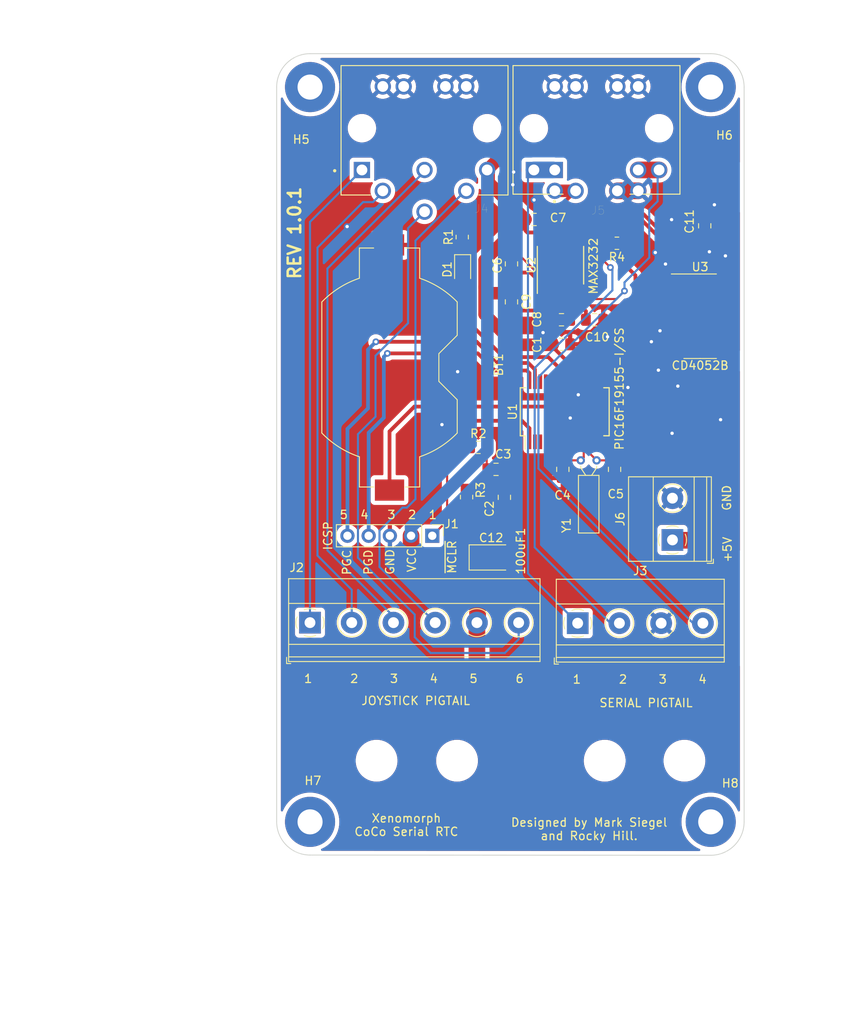
<source format=kicad_pcb>
(kicad_pcb (version 20211014) (generator pcbnew)
  (title_block (title "RS-232 RTC for the Tandy Color Computer") (date "2023-03-03") (rev "1.0.1") (comment 1 "Designed by Mark Siegel and Rocky Hill."))
  (layers (0 "F.Cu" signal) (31 "B.Cu" signal) (34 "B.Paste" user) (35 "F.Paste" user) (36 "B.SilkS" user "B.Silkscreen") (37 "F.SilkS" user "F.Silkscreen") (38 "B.Mask" user) (39 "F.Mask" user) (44 "Edge.Cuts" user))
  (net 0 "")
  (net 1 "VCC")
  (net 2 "GNDD")
  (net 3 "Net-(BT1-Pad1)")
  (net 4 "/RESET")
  (net 5 "Net-(C4-Pad2)")
  (net 6 "Net-(C5-Pad2)")
  (net 7 "Net-(C6-Pad1)")
  (net 8 "Net-(C6-Pad2)")
  (net 9 "Net-(C8-Pad1)")
  (net 10 "Net-(C8-Pad2)")
  (net 11 "Net-(C9-Pad2)")
  (net 12 "Net-(C10-Pad1)")
  (net 13 "Net-(D1-Pad1)")
  (net 14 "Net-(D1-Pad2)")
  (net 15 "/~{MCLR}")
  (net 16 "/PGD")
  (net 17 "/PGC")
  (net 18 "Net-(J2-Pad1)")
  (net 19 "Net-(J2-Pad2)")
  (net 20 "Net-(J2-Pad3)")
  (net 21 "Net-(J2-Pad4)")
  (net 22 "/CD")
  (net 23 "/COCO_RX")
  (net 24 "/COCO_TX")
  (net 25 "/DCE_TX")
  (net 26 "/MCU_RX")
  (net 27 "Net-(R4-Pad2)")
  (net 39 "/MCU_TX")
  (net 41 "/SELECT_A")
  (net 42 "/SELECT_B")
  (net 47 "Net-(U2-Pad11)")
  (net 49 "Net-(U2-Pad12)")
  (net 50 "Net-(J2-Pad6)")
  (footprint "TerminalBlock_Phoenix:TerminalBlock_Phoenix_MKDS-1,5-4_1x04_P5.00mm_Horizontal" (layer "F.Cu") (at 145.92 118.53)
    (fp_text reference "J3")
    (fp_text value "serial terminal")
  )
  (footprint "Capacitor_Tantalum_SMD:CP_EIA-3528-21_Kemet-B_Pad1.50x2.35mm_HandSolder" (layer "F.Cu") (at 135.555 110.66)
    (fp_text reference "C12")
    (fp_text value "100uF1")
  )
  (footprint "Capacitor_SMD:C_0805_2012Metric_Pad1.18x1.45mm_HandSolder" (layer "F.Cu") (at 147.94 82.19)
    (fp_text reference "C10")
    (fp_text value ".1uF")
  )
  (footprint "TerminalBlock_Phoenix:TerminalBlock_Phoenix_MKDS-1,5-2_1x02_P5.00mm_Horizontal" (layer "F.Cu") (at 157.275 108.56 90)
    (fp_text reference "J6")
    (fp_text value "power terminal")
  )
  (footprint "Capacitor_SMD:C_0805_2012Metric_Pad1.18x1.45mm_HandSolder" (layer "F.Cu") (at 137.14 103.46 90)
    (fp_text reference "C2")
    (fp_text value ".1uF")
  )
  (footprint "MountingHole:MountingHole_3mm_Pad" (layer "F.Cu") (at 113.86 142.325)
    (fp_text reference "H7")
    (fp_text value "MountingHole" hide)
  )
  (footprint "Connector_PinHeader_2.54mm:PinHeader_1x05_P2.54mm_Vertical" (layer "F.Cu") (at 128.5 108.06 -90)
    (fp_text reference "J1")
    (fp_text value "ICSP")
  )
  (footprint "Battery:BatteryHolder_Keystone_1058_1x2032" (layer "F.Cu") (at 123.38 87.91 90)
    (fp_text reference "BT1")
    (fp_text value "CR2032")
  )
  (footprint "MountingHole:MountingHole_3mm_Pad" (layer "F.Cu") (at 161.86 142.325)
    (fp_text reference "H8")
    (fp_text value "MountingHole" hide)
  )
  (footprint "Resistor_SMD:R_0805_2012Metric_Pad1.20x1.40mm_HandSolder" (layer "F.Cu") (at 134.02 97.48)
    (fp_text reference "R2")
    (fp_text value "200")
  )
  (footprint "Capacitor_SMD:C_0805_2012Metric_Pad1.18x1.45mm_HandSolder" (layer "F.Cu") (at 143.98 85.13 180)
    (fp_text reference "C1")
    (fp_text value ".1uF")
  )
  (footprint "Package_SO:SOIC-16_3.9x9.9mm_P1.27mm" (layer "F.Cu") (at 160.59 81.77)
    (fp_text reference "U3")
    (fp_text value "CD4052B")
  )
  (footprint "serial_rtc.kicad:CUI_SDS-60J" (layer "F.Cu") (at 127.575 59.25 180)
    (fp_text reference "J4")
    (fp_text value "DIN-6")
  )
  (footprint "MountingHole:MountingHole_3mm_Pad" (layer "F.Cu") (at 113.86 54.325)
    (fp_text reference "H5")
    (fp_text value "MountingHole" hide)
  )
  (footprint "Capacitor_SMD:C_0805_2012Metric_Pad1.18x1.45mm_HandSolder" (layer "F.Cu") (at 137.99 80.05 -90)
    (fp_text reference "C9")
    (fp_text value ".1uF")
  )
  (footprint "MountingHole:MountingHole_4mm" (layer "F.Cu") (at 121.83 135)
    (fp_text reference "H1" hide)
    (fp_text value "MountingHole" hide)
  )
  (footprint "Resistor_SMD:R_0805_2012Metric_Pad1.20x1.40mm_HandSolder" (layer "F.Cu") (at 150.62 73.03 180)
    (fp_text reference "R4")
    (fp_text value "470")
  )
  (footprint "Package_SO:SSOP-28_5.3x10.2mm_P0.65mm" (layer "F.Cu") (at 144.37 93.21 90)
    (fp_text reference "U1")
    (fp_text value "PIC16F19155-I/SS")
  )
  (footprint "Package_SO:TSSOP-16-1EP_4.4x5mm_P0.65mm" (layer "F.Cu") (at 143.91 75.66 90)
    (fp_text reference "U2")
    (fp_text value "MAX3232")
  )
  (footprint "Capacitor_SMD:C_0805_2012Metric_Pad1.18x1.45mm_HandSolder" (layer "F.Cu") (at 143.98 82.19)
    (fp_text reference "C8")
    (fp_text value ".1uF")
  )
  (footprint "Capacitor_SMD:C_0805_2012Metric_Pad1.18x1.45mm_HandSolder" (layer "F.Cu") (at 136.14 100.11)
    (fp_text reference "C3")
    (fp_text value ".1uF")
  )
  (footprint "MountingHole:MountingHole_4mm" (layer "F.Cu") (at 158.71 135)
    (fp_text reference "H3" hide)
    (fp_text value "MountingHole" hide)
  )
  (footprint "MountingHole:MountingHole_3mm_Pad" (layer "F.Cu") (at 161.86 54.325)
    (fp_text reference "H6")
    (fp_text value "MountingHole" hide)
  )
  (footprint "LED_SMD:LED_0805_2012Metric_Pad1.15x1.40mm_HandSolder" (layer "F.Cu") (at 132.135 76.26 -90)
    (fp_text reference "D1")
    (fp_text value "LED")
  )
  (footprint "serial_rtc.kicad:CUI_SDS-40J" (layer "F.Cu") (at 148.175 59.25 180)
    (fp_text reference "J5")
    (fp_text value "DIN-4")
  )
  (footprint "TerminalBlock_Phoenix:TerminalBlock_Phoenix_MKDS-1,5-6_1x06_P5.00mm_Horizontal" (layer "F.Cu") (at 113.851 118.465)
    (fp_text reference "J2")
    (fp_text value "joystick terminal")
  )
  (footprint "Crystal:Crystal_C26-LF_D2.1mm_L6.5mm_Horizontal" (layer "F.Cu") (at 146.29 99.03)
    (fp_text reference "Y1")
    (fp_text value "32.768kHz")
  )
  (footprint "Capacitor_SMD:C_0805_2012Metric_Pad1.18x1.45mm_HandSolder" (layer "F.Cu") (at 140.7 70.18 180)
    (fp_text reference "C7")
    (fp_text value ".1uF")
  )
  (footprint "Resistor_SMD:R_0805_2012Metric_Pad1.20x1.40mm_HandSolder" (layer "F.Cu") (at 132.09 72.29 90)
    (fp_text reference "R1")
    (fp_text value "330")
  )
  (footprint "Resistor_SMD:R_0805_2012Metric_Pad1.20x1.40mm_HandSolder" (layer "F.Cu") (at 132.61 103.43 -90)
    (fp_text reference "R3")
    (fp_text value "10K")
  )
  (footprint "MountingHole:MountingHole_4mm" (layer "F.Cu") (at 131.47 135)
    (fp_text reference "H2" hide)
    (fp_text value "MountingHole" hide)
  )
  (footprint "MountingHole:MountingHole_4mm" (layer "F.Cu") (at 149.16 135)
    (fp_text reference "H4" hide)
    (fp_text value "MountingHole" hide)
  )
  (footprint "Capacitor_SMD:C_0805_2012Metric_Pad1.18x1.45mm_HandSolder" (layer "F.Cu") (at 144.14 100.11 90)
    (fp_text reference "C4")
    (fp_text value "22pF")
  )
  (footprint "Capacitor_SMD:C_0805_2012Metric_Pad1.18x1.45mm_HandSolder" (layer "F.Cu") (at 161.14 70.94 90)
    (fp_text reference "C11")
    (fp_text value ".1uF")
  )
  (footprint "Capacitor_SMD:C_0805_2012Metric_Pad1.18x1.45mm_HandSolder" (layer "F.Cu") (at 137.99 75.5 90)
    (fp_text reference "C6")
    (fp_text value ".1uF")
  )
  (footprint "Capacitor_SMD:C_0805_2012Metric_Pad1.18x1.45mm_HandSolder" (layer "F.Cu") (at 150.34 100.11 90)
    (fp_text reference "C5")
    (fp_text value "22pF")
  )
  (gr_arc (start 113.86 146.3) (mid 111.031573 145.128427) (end 109.86 142.3) (layer "Edge.Cuts") (width 0.1))
  (gr_line (start 161.86 146.325) (end 113.86 146.3) (layer "Edge.Cuts") (width 0.1))
  (gr_arc (start 161.86 50.325) (mid 164.688427 51.496573) (end 165.86 54.325) (layer "Edge.Cuts") (width 0.1))
  (gr_line (start 109.86 142.3) (end 109.86 54.325) (layer "Edge.Cuts") (width 0.1))
  (gr_line (start 113.86 50.325) (end 161.86 50.325) (layer "Edge.Cuts") (width 0.1))
  (gr_line (start 165.86 54.325) (end 165.86 142.325) (layer "Edge.Cuts") (width 0.1))
  (gr_arc (start 165.86 142.325) (mid 164.688427 145.153427) (end 161.86 146.325) (layer "Edge.Cuts") (width 0.1))
  (gr_arc (start 109.86 54.325) (mid 111.031573 51.496573) (end 113.86 50.325) (layer "Edge.Cuts") (width 0.1))
  (gr_text "+5V" (at 163.86 109.72 90) (layer "F.SilkS") (effects (font (size 1 1))))
  (gr_text "5  4   3  2  1" (at 123.23 105.55) (layer "F.SilkS") (effects (font (size 1 1))))
  (gr_text "JOYSTICK PIGTAIL" (at 126.52 127.82) (layer "F.SilkS") (effects (font (size 1 1))))
  (gr_text "PGC" (at 118.28 111.25 90) (layer "F.SilkS") (effects (font (size 1 1))))
  (gr_text "Designed by Mark Siegel\nand Rocky Hill." (at 147.3 143.2) (layer "F.SilkS") (effects (font (size 1 1))))
  (gr_text "GND" (at 163.79 103.52 90) (layer "F.SilkS") (effects (font (size 1 1))))
  (gr_text "1      2     3     4     5      6" (at 126.3 125.18) (layer "F.SilkS") (effects (font (size 1 1))))
  (gr_text "1      2     3     4" (at 153.35 125.26) (layer "F.SilkS") (effects (font (size 1 1))))
  (gr_text "REV 1.0.1" (at 112 71.8 90) (layer "F.SilkS") (effects (font (size 1.5 1.5) (thickness 0.3))))
  (gr_text "~{MCLR}" (at 130.86 110.61 90) (layer "F.SilkS") (effects (font (size 1 1))))
  (gr_text "VCC" (at 126.04 110.98 90) (layer "F.SilkS") (effects (font (size 1 1))))
  (gr_text "PGD" (at 120.85 111.23 90) (layer "F.SilkS") (effects (font (size 1 1))))
  (gr_text "GND" (at 123.44 111.19 90) (layer "F.SilkS") (effects (font (size 1 1))))
  (gr_text "Xenomorph\nCoCo Serial RTC" (at 125.4 142.7) (layer "F.SilkS") (effects (font (size 1 1))))
  (gr_text "SERIAL PIGTAIL" (at 154.11 128.08) (layer "F.SilkS") (effects (font (size 1 1))))
  (segment (start 142.8825 85.19) (end 142.9425 85.13) (width 1.5) (layer "F.Cu") (net 1))
  (segment (start 134.77 78.27) (end 134.77 75.0725) (width 1.5) (layer "F.Cu") (net 1))
  (segment (start 161.865 77.325) (end 161.455 76.915) (width 0.5) (layer "F.Cu") (net 1))
  (segment (start 161.455 76.915) (end 161.455 76.241168) (width 0.5) (layer "F.Cu") (net 1))
  (segment (start 133.851 123.521) (end 133.851 118.465) (width 2) (layer "F.Cu") (net 1))
  (segment (start 157.275 108.56) (end 157.315 108.6) (width 2) (layer "F.Cu") (net 1))
  (segment (start 132.61 104.43) (end 137.0725 104.43) (width 1.5) (layer "F.Cu") (net 1))
  (segment (start 163.93 110.79) (end 163.93 122.7) (width 2) (layer "F.Cu") (net 1))
  (segment (start 139.6625 71.5125) (end 139.6625 70.18) (width 0.45) (layer "F.Cu") (net 1))
  (segment (start 139.89 71.74) (end 139.6625 71.5125) (width 0.45) (layer "F.Cu") (net 1))
  (segment (start 127 110.66) (end 133.93 110.66) (width 2) (layer "F.Cu") (net 1))
  (segment (start 125.96 109.62) (end 127 110.66) (width 2) (layer "F.Cu") (net 1))
  (segment (start 164.17 64.19) (end 164.17 68.459189) (width 1.5) (layer "F.Cu") (net 1))
  (segment (start 132.61 109.34) (end 133.93 110.66) (width 1.5) (layer "F.Cu") (net 1))
  (segment (start 163.065 77.325) (end 161.865 77.325) (width 0.5) (layer "F.Cu") (net 1))
  (segment (start 137.99 79.0125) (end 135.5125 79.0125) (width 1.5) (layer "F.Cu") (net 1))
  (segment (start 136.45 126.12) (end 133.851 123.521) (width 2) (layer "F.Cu") (net 1))
  (segment (start 135.25 65.75) (end 135.25 64.075) (width 1.5) (layer "F.Cu") (net 1))
  (segment (start 160.51 126.12) (end 136.45 126.12) (width 2) (layer "F.Cu") (net 1))
  (segment (start 161.455 76.241168) (end 158.83 73.616168) (width 0.5) (layer "F.Cu") (net 1))
  (segment (start 134.77 81.53) (end 138.43 85.19) (width 1.5) (layer "F.Cu") (net 1))
  (segment (start 141.635 72.885) (end 141.635 72.14) (width 0.45) (layer "F.Cu") (net 1))
  (segment (start 163.93 122.7) (end 160.51 126.12) (width 2) (layer "F.Cu") (net 1))
  (segment (start 164.17 68.459189) (end 162.726689 69.9025) (width 1.5) (layer "F.Cu") (net 1))
  (segment (start 125.96 108.06) (end 125.96 109.62) (width 2) (layer "F.Cu") (net 1))
  (segment (start 162.726689 69.9025) (end 161.14 69.9025) (width 1.5) (layer "F.Cu") (net 1))
  (segment (start 134.77 75.0725) (end 139.6625 70.18) (width 1.5) (layer "F.Cu") (net 1))
  (segment (start 158.83 71.1) (end 160.0275 69.9025) (width 0.5) (layer "F.Cu") (net 1))
  (segment (start 138.43 85.19) (end 142.8825 85.19) (width 1.5) (layer "F.Cu") (net 1))
  (segment (start 161.74 108.6) (end 163.93 110.79) (width 2) (layer "F.Cu") (net 1))
  (segment (start 141.235 71.74) (end 139.89 71.74) (width 0.45) (layer "F.Cu") (net 1))
  (segment (start 139.6625 70.1625) (end 135.25 65.75) (width 1.5) (layer "F.Cu") (net 1))
  (segment (start 157.315 108.6) (end 161.74 108.6) (width 2) (layer "F.Cu") (net 1))
  (segment (start 145.345 87.855) (end 142.9425 85.4525) (width 0.45) (layer "F.Cu") (net 1))
  (segment (start 142.9425 85.4525) (end 142.9425 85.13) (width 0.45) (layer "F.Cu") (net 1))
  (segment (start 137.575 61.75) (end 161.73 61.75) (width 1.5) (layer "F.Cu") (net 1))
  (segment (start 145.345 89.61) (end 145.345 87.855) (width 0.45) (layer "F.Cu") (net 1))
  (segment (start 133.93 110.66) (end 133.93 118.386) (width 2) (layer "F.Cu") (net 1))
  (segment (start 158.83 73.616168) (end 158.83 71.1) (width 0.5) (layer "F.Cu") (net 1))
  (segment (start 132.61 104.43) (end 132.61 109.34) (width 1.5) (layer "F.Cu") (net 1))
  (segment (start 141.635 72.14) (end 141.235 71.74) (width 0.45) (layer "F.Cu") (net 1))
  (segment (start 137.0725 104.43) (end 137.14 104.4975) (width 1.5) (layer "F.Cu") (net 1))
  (segment (start 135.5125 79.0125) (end 134.77 78.27) (width 1.5) (layer "F.Cu") (net 1))
  (segment (start 135.25 64.075) (end 137.575 61.75) (width 1.5) (layer "F.Cu") (net 1))
  (segment (start 133.93 118.386) (end 133.851 118.465) (width 2) (layer "F.Cu") (net 1))
  (segment (start 160.0275 69.9025) (end 161.14 69.9025) (width 0.5) (layer "F.Cu") (net 1))
  (segment (start 134.77 78.27) (end 134.77 81.53) (width 1.5) (layer "F.Cu") (net 1))
  (segment (start 139.6625 70.18) (end 139.6625 70.1625) (width 1.5) (layer "F.Cu") (net 1))
  (segment (start 161.73 61.75) (end 164.17 64.19) (width 1.5) (layer "F.Cu") (net 1))
  (segment (start 135.1 97.86) (end 125.96 107) (width 1.5) (layer "B.Cu") (net 1))
  (segment (start 125.96 107) (end 125.96 108.06) (width 1.5) (layer "B.Cu") (net 1))
  (segment (start 135.1 64.275) (end 135.1 97.86) (width 1.5) (layer "B.Cu") (net 1))
  (segment (start 135.075 64.25) (end 135.1 64.275) (width 1.5) (layer "B.Cu") (net 1))
  (segment (start 145.995 86.1075) (end 145.0175 85.13) (width 0.45) (layer "F.Cu") (net 2))
  (segment (start 144.695 94.295) (end 145.03 93.96) (width 0.45) (layer "F.Cu") (net 2))
  (segment (start 145.995 91.175) (end 145.995 89.61) (width 0.45) (layer "F.Cu") (net 2))
  (segment (start 142.285 70.7275) (end 141.7375 70.18) (width 0.45) (layer "F.Cu") (net 2))
  (segment (start 142.285 72.885) (end 142.285 70.7275) (width 0.45) (layer "F.Cu") (net 2))
  (segment (start 150.675 66.75) (end 153.175 66.75) (width 2) (layer "F.Cu") (net 2))
  (segment (start 144.695 96.81) (end 144.695 94.295) (width 0.45) (layer "F.Cu") (net 2))
  (segment (start 145.0175 85.13) (end 146.0375 85.13) (width 0.45) (layer "F.Cu") (net 2))
  (segment (start 146.0375 85.13) (end 148.9775 82.19) (width 0.45) (layer "F.Cu") (net 2))
  (segment (start 145.995 89.61) (end 145.995 86.1075) (width 0.45) (layer "F.Cu") (net 2))
  (via (at 162.3 68.42) (size 0.8) (drill 0.4) (layers "F.Cu" "B.Cu") (net 2))
  (via (at 157.92 90.14) (size 0.8) (drill 0.4) (layers "F.Cu" "B.Cu") (net 2))
  (via (at 151.94 90.3) (size 0.8) (drill 0.4) (layers "F.Cu" "B.Cu") (net 2))
  (via (at 156.44 75.52) (size 0.8) (drill 0.4) (layers "F.Cu" "B.Cu") (net 2))
  (via (at 157.17 70.2) (size 0.8) (drill 0.4) (layers "F.Cu" "B.Cu") (net 2))
  (via (at 131.54 88.41) (size 0.8) (drill 0.4) (layers "F.Cu" "B.Cu") (net 2))
  (via (at 140.69 67.84) (size 0.8) (drill 0.4) (layers "F.Cu" "B.Cu") (net 2))
  (via (at 145.03 93.96) (size 0.8) (drill 0.4) (layers "F.Cu" "B.Cu") (net 2))
  (via (at 118.3 71.03) (size 0.8) (drill 0.4) (layers "F.Cu" "B.Cu") (net 2))
  (via (at 145.995 91.175) (size 0.8) (drill 0.4) (layers "F.Cu" "B.Cu") (net 2))
  (via (at 155.22 74.14) (size 0.8) (drill 0.4) (layers "F.Cu" "B.Cu") (net 2))
  (via (at 129.66 94.75) (size 0.8) (drill 0.4) (layers "F.Cu" "B.Cu") (net 2))
  (via (at 163.04 94.16) (size 0.8) (drill 0.4) (layers "F.Cu" "B.Cu") (net 2))
  (via (at 155.78 83.51) (size 0.8) (drill 0.4) (layers "F.Cu" "B.Cu") (net 2))
  (via (at 138.25 64.5) (size 0.8) (drill 0.4) (layers "F.Cu" "B.Cu") (net 2))
  (via (at 163.62 74.54) (size 0.8) (drill 0.4) (layers "F.Cu" "B.Cu") (net 2))
  (via (at 138.15 66.02) (size 0.8) (drill 0.4) (layers "F.Cu" "B.Cu") (net 2))
  (via (at 141.77 83.73) (size 0.8) (drill 0.4) (layers "F.Cu" "B.Cu") (net 2))
  (via (at 155.59 88.23) (size 0.8) (drill 0.4) (layers "F.Cu" "B.Cu") (net 2))
  (via (at 157.23 95.79) (size 0.8) (drill 0.4) (layers "F.Cu" "B.Cu") (net 2))
  (via (at 154.75 84.82) (size 0.8) (drill 0.4) (layers "F.Cu" "B.Cu") (net 2))
  (via (at 149.5 84.23) (size 0.8) (drill 0.4) (layers "F.Cu" "B.Cu") (net 2))
  (via (at 161.7 74.05) (size 0.8) (drill 0.4) (layers "F.Cu" "B.Cu") (net 2))
  (segment (start 145.995 91.175) (end 145.995 92.995) (width 0.45) (layer "B.Cu") (net 2))
  (segment (start 145.995 92.995) (end 145.03 93.96) (width 0.45) (layer "B.Cu") (net 2))
  (segment (start 142.49 92.59) (end 126.36 92.59) (width 0.45) (layer "F.Cu") (net 3))
  (segment (start 126.36 92.59) (end 123.38 95.57) (width 0.45) (layer "F.Cu") (net 3))
  (segment (start 123.38 95.57) (end 123.38 102.59) (width 0.45) (layer "F.Cu") (net 3))
  (segment (start 144.045 96.81) (end 144.045 94.145) (width 0.45) (layer "F.Cu") (net 3))
  (segment (start 144.045 94.145) (end 142.49 92.59) (width 0.45) (layer "F.Cu") (net 3))
  (segment (start 135.02 100.0275) (end 135.1025 100.11) (width 0.25) (layer "F.Cu") (net 4))
  (segment (start 135.1025 101.4175) (end 134.09 102.43) (width 0.25) (layer "F.Cu") (net 4))
  (segment (start 135.02 97.48) (end 135.02 100.0275) (width 0.25) (layer "F.Cu") (net 4))
  (segment (start 134.09 102.43) (end 132.61 102.43) (width 0.25) (layer "F.Cu") (net 4))
  (segment (start 135.1025 100.11) (end 135.1025 101.4175) (width 0.25) (layer "F.Cu") (net 4))
  (segment (start 144.1825 99.03) (end 144.14 99.0725) (width 0.25) (layer "F.Cu") (net 5))
  (segment (start 146.645 98.675) (end 146.29 99.03) (width 0.25) (layer "F.Cu") (net 5))
  (segment (start 146.645 96.81) (end 146.645 98.675) (width 0.25) (layer "F.Cu") (net 5))
  (segment (start 146.29 99.03) (end 144.1825 99.03) (width 0.25) (layer "F.Cu") (net 5))
  (segment (start 147.295 96.81) (end 147.295 98.135) (width 0.25) (layer "F.Cu") (net 6))
  (segment (start 147.295 98.135) (end 148.19 99.03) (width 0.25) (layer "F.Cu") (net 6))
  (segment (start 150.2975 99.03) (end 150.34 99.0725) (width 0.25) (layer "F.Cu") (net 6))
  (segment (start 148.19 99.03) (end 150.2975 99.03) (width 0.25) (layer "F.Cu") (net 6))
  (segment (start 141.635 78.435) (end 141.635 77.922818) (width 0.45) (layer "F.Cu") (net 7))
  (segment (start 141.635 77.922818) (end 140.249682 76.5375) (width 0.45) (layer "F.Cu") (net 7))
  (segment (start 140.249682 76.5375) (end 137.99 76.5375) (width 0.45) (layer "F.Cu") (net 7))
  (segment (start 142.03 77.54) (end 138.9525 74.4625) (width 0.25) (layer "F.Cu") (net 8))
  (segment (start 142.815 77.54) (end 142.03 77.54) (width 0.25) (layer "F.Cu") (net 8))
  (segment (start 138.9525 74.4625) (end 137.99 74.4625) (width 0.25) (layer "F.Cu") (net 8))
  (segment (start 142.935 78.435) (end 142.935 77.66) (width 0.25) (layer "F.Cu") (net 8))
  (segment (start 142.935 77.66) (end 142.815 77.54) (width 0.25) (layer "F.Cu") (net 8))
  (segment (start 142.9425 80.4475) (end 142.9425 82.19) (width 0.45) (layer "F.Cu") (net 9))
  (segment (start 143.585 78.435) (end 143.585 79.805) (width 0.45) (layer "F.Cu") (net 9))
  (segment (start 143.585 79.805) (end 142.9425 80.4475) (width 0.45) (layer "F.Cu") (net 9))
  (segment (start 145.0175 80.5075) (end 145.0175 82.19) (width 0.45) (layer "F.Cu") (net 10))
  (segment (start 144.235 78.435) (end 144.235 79.725) (width 0.45) (layer "F.Cu") (net 10))
  (segment (start 144.235 79.725) (end 145.0175 80.5075) (width 0.45) (layer "F.Cu") (net 10))
  (segment (start 142.285 80.055) (end 141.2525 81.0875) (width 0.45) (layer "F.Cu") (net 11))
  (segment (start 142.285 78.435) (end 142.285 80.055) (width 0.45) (layer "F.Cu") (net 11))
  (segment (start 141.2525 81.0875) (end 137.99 81.0875) (width 0.45) (layer "F.Cu") (net 11))
  (segment (start 144.885 78.435) (end 144.885 79.145) (width 0.45) (layer "F.Cu") (net 12))
  (segment (start 144.885 79.145) (end 146.9025 81.1625) (width 0.45) (layer "F.Cu") (net 12))
  (segment (start 146.9025 81.1625) (end 146.9025 82.19) (width 0.45) (layer "F.Cu") (net 12))
  (segment (start 132.09 73.29) (end 132.09 75.19) (width 1) (layer "F.Cu") (net 13))
  (segment (start 132.09 75.19) (end 132.135 75.235) (width 1) (layer "F.Cu") (net 13))
  (segment (start 144.045 88.31) (end 142.395 86.66) (width 0.45) (layer "F.Cu") (net 14))
  (segment (start 144.045 89.61) (end 144.045 88.31) (width 0.45) (layer "F.Cu") (net 14))
  (segment (start 142.395 86.66) (end 137.03 86.66) (width 0.45) (layer "F.Cu") (net 14))
  (segment (start 132.135 81.765) (end 132.135 77.285) (width 0.45) (layer "F.Cu") (net 14))
  (segment (start 137.03 86.66) (end 132.135 81.765) (width 0.45) (layer "F.Cu") (net 14))
  (segment (start 128.5 108.06) (end 130.28 106.28) (width 0.25) (layer "F.Cu") (net 15))
  (segment (start 140.145 95.195) (end 139.24 94.29) (width 0.45) (layer "F.Cu") (net 15))
  (segment (start 131.19 97.48) (end 133.02 97.48) (width 0.25) (layer "F.Cu") (net 15))
  (segment (start 130.28 106.28) (end 130.28 98.39) (width 0.25) (layer "F.Cu") (net 15))
  (segment (start 139.24 94.29) (end 133.57 94.29) (width 0.45) (layer "F.Cu") (net 15))
  (segment (start 130.28 98.39) (end 131.19 97.48) (width 0.25) (layer "F.Cu") (net 15))
  (segment (start 133.02 94.84) (end 133.02 97.48) (width 0.45) (layer "F.Cu") (net 15))
  (segment (start 140.145 96.81) (end 140.145 95.195) (width 0.45) (layer "F.Cu") (net 15))
  (segment (start 133.57 94.29) (end 133.02 94.84) (width 0.45) (layer "F.Cu") (net 15))
  (segment (start 139.83 88.27) (end 140.145 88.585) (width 0.45) (layer "F.Cu") (net 16))
  (segment (start 140.145 88.585) (end 140.145 89.61) (width 0.45) (layer "F.Cu") (net 16))
  (segment (start 123.12 86.22) (end 133.96 86.22) (width 0.45) (layer "F.Cu") (net 16))
  (segment (start 133.96 86.22) (end 136.01 88.27) (width 0.45) (layer "F.Cu") (net 16))
  (segment (start 136.01 88.27) (end 139.83 88.27) (width 0.45) (layer "F.Cu") (net 16))
  (via (at 123.12 86.22) (size 0.8) (drill 0.4) (layers "F.Cu" "B.Cu") (net 16))
  (segment (start 122.7 86.64) (end 122.7 93.91) (width 0.45) (layer "B.Cu") (net 16))
  (segment (start 120.88 95.73) (end 120.88 108.06) (width 0.45) (layer "B.Cu") (net 16))
  (segment (start 122.7 93.91) (end 120.88 95.73) (width 0.45) (layer "B.Cu") (net 16))
  (segment (start 123.12 86.22) (end 122.7 86.64) (width 0.45) (layer "B.Cu") (net 16))
  (segment (start 121.745 84.83) (end 133.82 84.83) (width 0.45) (layer "F.Cu") (net 17))
  (segment (start 133.82 84.83) (end 136.36 87.37) (width 0.45) (layer "F.Cu") (net 17))
  (segment (start 140.01 87.37) (end 140.795 88.155) (width 0.45) (layer "F.Cu") (net 17))
  (segment (start 136.36 87.37) (end 140.01 87.37) (width 0.45) (layer "F.Cu") (net 17))
  (segment (start 140.795 88.155) (end 140.795 89.61) (width 0.45) (layer "F.Cu") (net 17))
  (via (at 121.745 84.83) (size 0.8) (drill 0.4) (layers "F.Cu" "B.Cu") (net 17))
  (segment (start 121.745 84.83) (end 120.8 85.775) (width 0.45) (layer "B.Cu") (net 17))
  (segment (start 118.34 95.26) (end 118.34 108.06) (width 0.45) (layer "B.Cu") (net 17))
  (segment (start 120.8 85.775) (end 120.8 92.8) (width 0.45) (layer "B.Cu") (net 17))
  (segment (start 120.8 92.8) (end 118.34 95.26) (width 0.45) (layer "B.Cu") (net 17))
  (segment (start 113.851 118.465) (end 113.851 70.474) (width 0.25) (layer "B.Cu") (net 18))
  (segment (start 113.851 70.474) (end 120.075 64.25) (width 0.25) (layer "B.Cu") (net 18))
  (segment (start 118.851 118.465) (end 118.851 114.531) (width 0.25) (layer "B.Cu") (net 19))
  (segment (start 114.75 110.43) (end 114.75 73.554695) (width 0.25) (layer "B.Cu") (net 19))
  (segment (start 118.851 114.531) (end 114.75 110.43) (width 0.25) (layer "B.Cu") (net 19))
  (segment (start 121.4 68.1) (end 122.75 66.75) (width 0.25) (layer "B.Cu") (net 19))
  (segment (start 114.75 73.554695) (end 120.204695 68.1) (width 0.25) (layer "B.Cu") (net 19))
  (segment (start 120.204695 68.1) (end 121.4 68.1) (width 0.25) (layer "B.Cu") (net 19))
  (segment (start 115.94 109.8) (end 123.851 117.711) (width 0.25) (layer "B.Cu") (net 20))
  (segment (start 123.851 117.711) (end 123.851 118.465) (width 0.25) (layer "B.Cu") (net 20))
  (segment (start 115.94 76.06) (end 115.94 109.8) (width 0.25) (layer "B.Cu") (net 20))
  (segment (start 127.575 64.25) (end 127.575 64.425) (width 0.25) (layer "B.Cu") (net 20))
  (segment (start 127.575 64.425) (end 115.94 76.06) (width 0.25) (layer "B.Cu") (net 20))
  (segment (start 126.485 72.715) (end 126.485 103.675) (width 0.25) (layer "B.Cu") (net 21))
  (segment (start 125.47 104.69) (end 124.93 104.69) (width 0.25) (layer "B.Cu") (net 21))
  (segment (start 122.18 107.44) (end 122.18 111.794) (width 0.25) (layer "B.Cu") (net 21))
  (segment (start 126.485 103.675) (end 125.47 104.69) (width 0.25) (layer "B.Cu") (net 21))
  (segment (start 124.93 104.69) (end 122.18 107.44) (width 0.25) (layer "B.Cu") (net 21))
  (segment (start 122.18 111.794) (end 128.851 118.465) (width 0.25) (layer "B.Cu") (net 21))
  (segment (start 132.45 66.75) (end 126.485 72.715) (width 0.25) (layer "B.Cu") (net 21))
  (segment (start 140.675 64.25) (end 139.965 64.96) (width 0.25) (layer "B.Cu") (net 22))
  (segment (start 139.965 64.96) (end 139.965 112.575) (width 0.25) (layer "B.Cu") (net 22))
  (segment (start 139.965 112.575) (end 145.92 118.53) (width 0.25) (layer "B.Cu") (net 22))
  (segment (start 143 64.25) (end 140.675 64.25) (width 2) (layer "B.Cu") (net 22))
  (segment (start 142.935 73.66) (end 142.935 72.885) (width 0.25) (layer "F.Cu") (net 23))
  (segment (start 143.14 73.865) (end 142.935 73.66) (width 0.25) (layer "F.Cu") (net 23))
  (segment (start 149.84 75.93) (end 147.775 73.865) (width 0.25) (layer "F.Cu") (net 23))
  (segment (start 147.775 73.865) (end 143.14 73.865) (width 0.25) (layer "F.Cu") (net 23))
  (via (at 149.84 75.93) (size 0.8) (drill 0.4) (layers "F.Cu" "B.Cu") (net 23))
  (segment (start 150.08 78.67) (end 150.08 76.17) (width 0.25) (layer "B.Cu") (net 23))
  (segment (start 140.77 87.98) (end 150.08 78.67) (width 0.25) (layer "B.Cu") (net 23))
  (segment (start 150.08 76.17) (end 149.84 75.93) (width 0.25) (layer "B.Cu") (net 23))
  (segment (start 150.92 118.53) (end 149.85 118.53) (width 0.25) (layer "B.Cu") (net 23))
  (segment (start 149.85 118.53) (end 140.77 109.45) (width 0.25) (layer "B.Cu") (net 23))
  (segment (start 140.77 109.45) (end 140.77 87.98) (width 0.25) (layer "B.Cu") (net 23))
  (segment (start 146.44 79.71) (end 150.56 79.71) (width 0.25) (layer "F.Cu") (net 24))
  (segment (start 146.185 79.455) (end 146.44 79.71) (width 0.25) (layer "F.Cu") (net 24))
  (segment (start 153.175 64.25) (end 155.675 64.25) (width 2) (layer "F.Cu") (net 24))
  (segment (start 150.56 79.71) (end 151.53 78.74) (width 0.25) (layer "F.Cu") (net 24))
  (segment (start 146.185 78.435) (end 146.185 79.455) (width 0.25) (layer "F.Cu") (net 24))
  (via (at 151.53 78.74) (size 0.8) (drill 0.4) (layers "F.Cu" "B.Cu") (net 24))
  (segment (start 160.92 118.53) (end 159.74 118.53) (width 0.25) (layer "B.Cu") (net 24))
  (segment (start 154.495 74.245) (end 154.495 69.005) (width 0.25) (layer "B.Cu") (net 24))
  (segment (start 154.495 69.005) (end 155.5 68) (width 0.25) (layer "B.Cu") (net 24))
  (segment (start 155.5 68) (end 155.5 64.425) (width 0.25) (layer "B.Cu") (net 24))
  (segment (start 155.5 64.425) (end 155.675 64.25) (width 0.25) (layer "B.Cu") (net 24))
  (segment (start 154.5 74.75) (end 154.5 74.25) (width 0.25) (layer "B.Cu") (net 24))
  (segment (start 141.22 100.01) (end 141.22 89.05) (width 0.25) (layer "B.Cu") (net 24))
  (segment (start 141.22 89.05) (end 151.53 78.74) (width 0.25) (layer "B.Cu") (net 24))
  (segment (start 151.53 78.74) (end 151.53 77.72) (width 0.25) (layer "B.Cu") (net 24))
  (segment (start 151.53 77.72) (end 154.5 74.75) (width 0.25) (layer "B.Cu") (net 24))
  (segment (start 154.5 74.25) (end 154.495 74.245) (width 0.25) (layer "B.Cu") (net 24))
  (segment (start 159.74 118.53) (end 141.22 100.01) (width 0.25) (layer "B.Cu") (net 24))
  (segment (start 143.585 68.84) (end 143.585 72.885) (width 0.45) (layer "F.Cu") (net 25))
  (segment (start 143 66.75) (end 145.675 66.75) (width 1.5) (layer "F.Cu") (net 25))
  (segment (start 145.675 66.75) (end 143.585 68.84) (width 0.45) (layer "F.Cu") (net 25))
  (segment (start 151.87 85.5) (end 152.84 84.53) (width 0.45) (layer "F.Cu") (net 26))
  (segment (start 151.62 75.66) (end 151.62 73.03) (width 0.45) (layer "F.Cu") (net 26))
  (segment (start 147.49 85.5) (end 151.87 85.5) (width 0.45) (layer "F.Cu") (net 26))
  (segment (start 146.645 86.345) (end 147.49 85.5) (width 0.45) (layer "F.Cu") (net 26))
  (segment (start 152.84 76.88) (end 151.62 75.66) (width 0.45) (layer "F.Cu") (net 26))
  (segment (start 146.645 89.61) (end 146.645 86.345) (width 0.45) (layer "F.Cu") (net 26))
  (segment (start 152.84 84.53) (end 152.84 76.88) (width 0.45) (layer "F.Cu") (net 26))
  (segment (start 148.88 71.02) (end 149.62 71.76) (width 0.45) (layer "F.Cu") (net 27))
  (segment (start 147.37 71.02) (end 148.88 71.02) (width 0.45) (layer "F.Cu") (net 27))
  (segment (start 146.185 72.885) (end 146.185 72.205) (width 0.45) (layer "F.Cu") (net 27))
  (segment (start 146.185 72.205) (end 147.37 71.02) (width 0.45) (layer "F.Cu") (net 27))
  (segment (start 149.62 71.76) (end 149.62 73.03) (width 0.45) (layer "F.Cu") (net 27))
  (segment (start 147.295 89.61) (end 147.295 87.025) (width 0.45) (layer "F.Cu") (net 39))
  (segment (start 153.635 85.205) (end 153.635 78.745) (width 0.45) (layer "F.Cu") (net 39))
  (segment (start 152.69 86.15) (end 153.635 85.205) (width 0.45) (layer "F.Cu") (net 39))
  (segment (start 148.17 86.15) (end 152.69 86.15) (width 0.45) (layer "F.Cu") (net 39))
  (segment (start 153.635 78.745) (end 155.055 77.325) (width 0.45) (layer "F.Cu") (net 39))
  (segment (start 147.295 87.025) (end 148.17 86.15) (width 0.45) (layer "F.Cu") (net 39))
  (segment (start 155.055 77.325) (end 158.115 77.325) (width 0.45) (layer "F.Cu") (net 39))
  (segment (start 143.395 89.61) (end 143.395 90.765) (width 0.45) (layer "F.Cu") (net 41))
  (segment (start 160.17 85.69) (end 160.915 84.945) (width 0.45) (layer "F.Cu") (net 41))
  (segment (start 143.395 90.765) (end 144.79 92.16) (width 0.45) (layer "F.Cu") (net 41))
  (segment (start 160.915 84.945) (end 163.065 84.945) (width 0.45) (layer "F.Cu") (net 41))
  (segment (start 144.79 92.16) (end 159.32 92.16) (width 0.45) (layer "F.Cu") (net 41))
  (segment (start 160.17 91.31) (end 160.17 85.69) (width 0.45) (layer "F.Cu") (net 41))
  (segment (start 159.32 92.16) (end 160.17 91.31) (width 0.45) (layer "F.Cu") (net 41))
  (segment (start 142.745 89.61) (end 142.745 91.165) (width 0.45) (layer "F.Cu") (net 42))
  (segment (start 144.39 92.81) (end 159.589239 92.81) (width 0.45) (layer "F.Cu") (net 42))
  (segment (start 164.62 87.779238) (end 164.62 86.47) (width 0.45) (layer "F.Cu") (net 42))
  (segment (start 159.589239 92.81) (end 164.62 87.779238) (width 0.45) (layer "F.Cu") (net 42))
  (segment (start 164.62 86.47) (end 164.365 86.215) (width 0.45) (layer "F.Cu") (net 42))
  (segment (start 142.745 91.165) (end 144.39 92.81) (width 0.45) (layer "F.Cu") (net 42))
  (segment (start 164.365 86.215) (end 163.065 86.215) (width 0.45) (layer "F.Cu") (net 42))
  (segment (start 160 79.26) (end 159.39 79.87) (width 0.45) (layer "F.Cu") (net 47))
  (segment (start 153.71 70.37) (end 160 76.66) (width 0.45) (layer "F.Cu") (net 47))
  (segment (start 160 76.66) (end 160 79.26) (width 0.45) (layer "F.Cu") (net 47))
  (segment (start 144.885 71.785) (end 146.3 70.37) (width 0.45) (layer "F.Cu") (net 47))
  (segment (start 159.39 79.87) (end 158.12 79.87) (width 0.45) (layer "F.Cu") (net 47))
  (segment (start 144.885 72.885) (end 144.885 71.785) (width 0.45) (layer "F.Cu") (net 47))
  (segment (start 146.3 70.37) (end 153.71 70.37) (width 0.45) (layer "F.Cu") (net 47))
  (segment (start 158.12 79.87) (end 158.115 79.865) (width 0.45) (layer "F.Cu") (net 47))
  (segment (start 145.79 69.57) (end 153.829238 69.57) (width 0.45) (layer "F.Cu") (net 49))
  (segment (start 160.78 76.520762) (end 160.78 81.4) (width 0.45) (layer "F.Cu") (net 49))
  (segment (start 144.235 72.885) (end 144.235 71.125) (width 0.45) (layer "F.Cu") (net 49))
  (segment (start 159.775 82.405) (end 158.115 82.405) (width 0.45) (layer "F.Cu") (net 49))
  (segment (start 160.78 81.4) (end 159.775 82.405) (width 0.45) (layer "F.Cu") (net 49))
  (segment (start 153.829238 69.57) (end 160.78 76.520762) (width 0.45) (layer "F.Cu") (net 49))
  (segment (start 144.235 71.125) (end 145.79 69.57) (width 0.45) (layer "F.Cu") (net 49))
  (segment (start 125.6 82.6) (end 125.6 71.225) (width 0.25) (layer "B.Cu") (net 50))
  (segment (start 125.6 71.225) (end 127.575 69.25) (width 0.25) (layer "B.Cu") (net 50))
  (segment (start 128.3 122.1) (end 126.4 120.2) (width 0.25) (layer "B.Cu") (net 50))
  (segment (start 126.4 120.2) (end 126.4 117.5) (width 0.25) (layer "B.Cu") (net 50))
  (segment (start 119.6 110.7) (end 119.6 95.897818) (width 0.25) (layer "B.Cu") (net 50))
  (segment (start 126.4 117.5) (end 119.6 110.7) (width 0.25) (layer "B.Cu") (net 50))
  (segment (start 119.6 95.897818) (end 121.7 93.797818) (width 0.25) (layer "B.Cu") (net 50))
  (segment (start 137.2 122.1) (end 128.3 122.1) (width 0.25) (layer "B.Cu") (net 50))
  (segment (start 138.851 118.465) (end 138.851 120.449) (width 0.25) (layer "B.Cu") (net 50))
  (segment (start 121.7 93.797818) (end 121.7 86.5) (width 0.25) (layer "B.Cu") (net 50))
  (segment (start 138.851 120.449) (end 137.2 122.1) (width 0.25) (layer "B.Cu") (net 50))
  (segment (start 121.7 86.5) (end 125.6 82.6) (width 0.25) (layer "B.Cu") (net 50))
  (zone (net 2) (net_name "GNDD") (layers F&B.Cu) (connect_pads (clearance 0.508)) (min_thickness 0.254) (fill yes (thermal_gap 0.508) (thermal_bridge_width 0.508))
    (polygon (pts (xy 167.289999 49.528297) (xy 167.394806 150.319084) (xy 109.004807 150.470124) (xy 108.95 49.459337)))
  )
)
</source>
